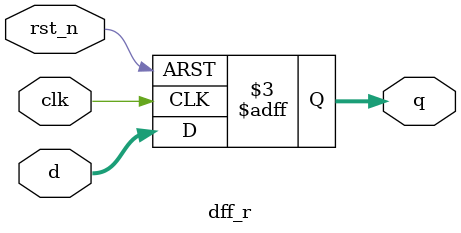
<source format=v>
module dff_r #(parameter WIDTH=8)
(
	input wire clk,
	input wire rst_n,
	input wire [WIDTH-1:0]d,
	output reg [WIDTH-1:0]q
);

always@(posedge clk,negedge rst_n)begin
	if(~rst_n)
		q<=0;
	else	
		q<=d;		
end
endmodule

</source>
